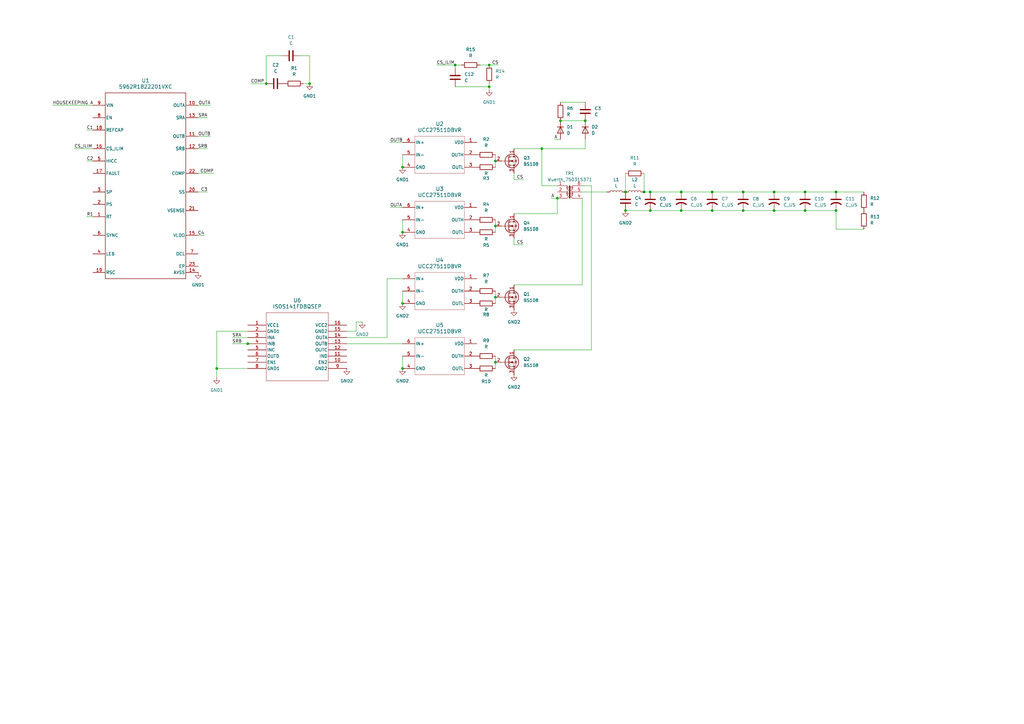
<source format=kicad_sch>
(kicad_sch (version 20250114) (generator "eeschema") (generator_version "9.0")
  (paper "A3")
  (lib_symbols
    (symbol "5962R1822201VXC:5962R1822201VXC" (pin_names (offset 0.254))
      (property "Reference" "U" (at 0 2.54 0))
      (property "Value" "5962R1822201VXC" (at 0 0 0))
      (symbol "5962R1822201VXC_0_1"
        (polyline (pts (xy 5.08 5.08) (xy 5.08 -71.12)) (stroke (width 0.2032)))
        (polyline (pts (xy 5.08 -71.12) (xy 38.1 -71.12)) (stroke (width 0.2032)))
        (polyline (pts (xy 38.1 5.08) (xy 5.08 5.08)) (stroke (width 0.2032)))
        (polyline (pts (xy 38.1 -71.12) (xy 38.1 5.08)) (stroke (width 0.2032)))
        (pin power_in line (at 0 0 0) (length 5.08) (name "VIN") (number "9"))
        (pin input line (at 0 -5.08 0) (length 5.08) (name "EN") (number "8"))
        (pin unspecified line (at 0 -10.16 0) (length 5.08) (name "REFCAP") (number "18"))
        (pin unspecified line (at 0 -17.78 0) (length 5.08) (name "CS_ILIM") (number "16"))
        (pin unspecified line (at 0 -22.86 0) (length 5.08) (name "HICC") (number "5"))
        (pin input line (at 0 -27.94 0) (length 5.08) (name "FAULT") (number "17"))
        (pin unspecified line (at 0 -35.56 0) (length 5.08) (name "SP") (number "3"))
        (pin unspecified line (at 0 -40.64 0) (length 5.08) (name "PS") (number "2"))
        (pin unspecified line (at 0 -45.72 0) (length 5.08) (name "RT") (number "1"))
        (pin input line (at 0 -53.34 0) (length 5.08) (name "SYNC") (number "6"))
        (pin unspecified line (at 0 -60.96 0) (length 5.08) (name "LEB") (number "4"))
        (pin unspecified line (at 0 -68.58 0) (length 5.08) (name "RSC") (number "19"))
        (pin output line (at 43.18 0 180) (length 5.08) (name "OUTA") (number "10"))
        (pin output line (at 43.18 -5.08 180) (length 5.08) (name "SRA") (number "13"))
        (pin output line (at 43.18 -12.7 180) (length 5.08) (name "OUTB") (number "11"))
        (pin output line (at 43.18 -17.78 180) (length 5.08) (name "SRB") (number "12"))
        (pin unspecified line (at 43.18 -27.94 180) (length 5.08) (name "COMP") (number "22"))
        (pin unspecified line (at 43.18 -35.56 180) (length 5.08) (name "SS") (number "20"))
        (pin unspecified line (at 43.18 -43.18 180) (length 5.08) (name "VSENSE") (number "21"))
        (pin unspecified line (at 43.18 -53.34 180) (length 5.08) (name "VLDO") (number "15"))
        (pin unspecified line (at 43.18 -60.96 180) (length 5.08) (name "DCL") (number "7"))
        (pin power_in line (at 43.18 -66.04 180) (length 5.08) (name "EP") (number "23"))
        (pin power_in line (at 43.18 -68.58 180) (length 5.08) (name "AVSS") (number "14"))
      )
    )
    (symbol "Device:C" (pin_numbers (hide yes)) (pin_names (offset 0.254))
      (property "Reference" "C" (at 0.635 2.54 0))
      (property "Value" "C" (at 0.635 -2.54 0))
      (symbol "C_0_1"
        (polyline (pts (xy -2.032 0.762) (xy 2.032 0.762)) (stroke (width 0.508)))
        (polyline (pts (xy -2.032 -0.762) (xy 2.032 -0.762)) (stroke (width 0.508)))
      )
      (symbol "C_1_1"
        (pin passive line (at 0 3.81 270) (length 2.794) (name "~") (number "1"))
        (pin passive line (at 0 -3.81 90) (length 2.794) (name "~") (number "2"))
      )
    )
    (symbol "Device:C_US" (pin_numbers (hide yes)) (pin_names (offset 0.254) (hide yes))
      (property "Reference" "C" (at 0.635 2.54 0))
      (property "Value" "C_US" (at 0.635 -2.54 0))
      (symbol "C_US_0_1"
        (polyline (pts (xy -2.032 0.762) (xy 2.032 0.762)) (stroke (width 0.508)))
        (arc (start -2.032 -1.27) (mid 0 -0.5572) (end 2.032 -1.27) (stroke (width 0.508)))
      )
      (symbol "C_US_1_1"
        (pin passive line (at 0 3.81 270) (length 2.794) (name "~") (number "1"))
        (pin passive line (at 0 -3.81 90) (length 3.302) (name "~") (number "2"))
      )
    )
    (symbol "Device:D" (pin_numbers (hide yes)) (pin_names (offset 1.016) (hide yes))
      (property "Reference" "D" (at 0 2.54 0))
      (property "Value" "D" (at 0 -2.54 0))
      (symbol "D_0_1"
        (polyline (pts (xy -1.27 1.27) (xy -1.27 -1.27)) (stroke (width 0.254)))
        (polyline (pts (xy 1.27 1.27) (xy 1.27 -1.27) (xy -1.27 0) (xy 1.27 1.27)) (stroke (width 0.254)))
        (polyline (pts (xy 1.27 0) (xy -1.27 0)))
      )
      (symbol "D_1_1"
        (pin passive line (at -3.81 0 0) (length 2.54) (name "K") (number "1"))
        (pin passive line (at 3.81 0 180) (length 2.54) (name "A") (number "2"))
      )
    )
    (symbol "Device:L" (pin_numbers (hide yes)) (pin_names (offset 1.016) (hide yes))
      (property "Reference" "L" (at -1.27 0 90))
      (property "Value" "L" (at 1.905 0 90))
      (symbol "L_0_1"
        (arc (start 0 2.54) (mid 0.6323 1.905) (end 0 1.27))
        (arc (start 0 1.27) (mid 0.6323 0.635) (end 0 0))
        (arc (start 0 0) (mid 0.6323 -0.635) (end 0 -1.27))
        (arc (start 0 -1.27) (mid 0.6323 -1.905) (end 0 -2.54))
      )
      (symbol "L_1_1"
        (pin passive line (at 0 3.81 270) (length 1.27) (name "1") (number "1"))
        (pin passive line (at 0 -3.81 90) (length 1.27) (name "2") (number "2"))
      )
    )
    (symbol "Device:R" (pin_numbers (hide yes)) (pin_names (offset 0))
      (property "Reference" "R" (at 2.032 0 90))
      (property "Value" "R" (at 0 0 90))
      (symbol "R_0_1"
        (rectangle (start -1.016 -2.54) (end 1.016 2.54) (stroke (width 0.254)))
      )
      (symbol "R_1_1"
        (pin passive line (at 0 3.81 270) (length 1.27) (name "~") (number "1"))
        (pin passive line (at 0 -3.81 90) (length 1.27) (name "~") (number "2"))
      )
    )
    (symbol "ISOS141FDBQSEP:ISOS141FDBQSEP" (pin_names (offset 0.254))
      (property "Reference" "U" (at 20.32 10.16 0))
      (property "Value" "ISOS141FDBQSEP" (at 20.32 7.62 0))
      (symbol "ISOS141FDBQSEP_0_1"
        (polyline (pts (xy 7.62 5.08) (xy 7.62 -22.86)) (stroke (width 0.127)))
        (polyline (pts (xy 7.62 -22.86) (xy 33.02 -22.86)) (stroke (width 0.127)))
        (polyline (pts (xy 33.02 5.08) (xy 7.62 5.08)) (stroke (width 0.127)))
        (polyline (pts (xy 33.02 -22.86) (xy 33.02 5.08)) (stroke (width 0.127)))
        (pin unspecified line (at 0 0 0) (length 7.62) (name "VCC1") (number "1"))
        (pin power_out line (at 0 -2.54 0) (length 7.62) (name "GND1") (number "2"))
        (pin input line (at 0 -5.08 0) (length 7.62) (name "INA") (number "3"))
        (pin input line (at 0 -7.62 0) (length 7.62) (name "INB") (number "4"))
        (pin input line (at 0 -10.16 0) (length 7.62) (name "INC") (number "5"))
        (pin output line (at 0 -12.7 0) (length 7.62) (name "OUTD") (number "6"))
        (pin input line (at 0 -15.24 0) (length 7.62) (name "EN1") (number "7"))
        (pin power_out line (at 0 -17.78 0) (length 7.62) (name "GND1") (number "8"))
        (pin unspecified line (at 40.64 0 180) (length 7.62) (name "VCC2") (number "16"))
        (pin power_out line (at 40.64 -2.54 180) (length 7.62) (name "GND2") (number "15"))
        (pin output line (at 40.64 -5.08 180) (length 7.62) (name "OUTA") (number "14"))
        (pin output line (at 40.64 -7.62 180) (length 7.62) (name "OUTB") (number "13"))
        (pin output line (at 40.64 -10.16 180) (length 7.62) (name "OUTC") (number "12"))
        (pin input line (at 40.64 -12.7 180) (length 7.62) (name "IND") (number "11"))
        (pin input line (at 40.64 -15.24 180) (length 7.62) (name "EN2") (number "10"))
        (pin power_out line (at 40.64 -17.78 180) (length 7.62) (name "GND2") (number "9"))
      )
    )
    (symbol "Transformer:Wuerth_750315371"
      (property "Reference" "TR" (at 0 5.08 0))
      (property "Value" "Wuerth_750315371" (at 0 -5.08 0))
      (symbol "Wuerth_750315371_0_1"
        (polyline (pts (xy -2.54 2.54) (xy -1.27 2.54)))
        (polyline (pts (xy -2.54 0) (xy -1.27 0)))
        (polyline (pts (xy -2.54 -2.54) (xy -1.27 -2.54)))
        (arc (start -1.27 0) (mid -0.6377 -0.635) (end -1.27 -1.27))
        (arc (start -1.27 -1.27) (mid -0.6377 -1.905) (end -1.27 -2.54))
        (rectangle (start -0.254 2.54) (end 0.254 -2.54) (stroke (width 0.0254)) (fill (type outline)))
        (polyline (pts (xy 1.27 2.54) (xy 2.54 2.54)))
        (polyline (pts (xy 1.27 0) (xy 2.54 0)))
        (polyline (pts (xy 1.27 -2.54) (xy 2.54 -2.54)))
      )
      (symbol "Wuerth_750315371_1_1"
        (arc (start -1.27 2.54) (mid -0.6377 1.905) (end -1.27 1.27))
        (arc (start -1.27 1.27) (mid -0.6377 0.635) (end -1.27 0))
        (circle (center -1.143 1.905) (radius 0.127) (stroke (width 0.254)))
        (circle (center -1.143 -0.635) (radius 0.127) (stroke (width 0.254)))
        (circle (center 1.143 1.905) (radius 0.127) (stroke (width 0.254)))
        (circle (center 1.143 -0.635) (radius 0.127) (stroke (width 0.254)))
        (arc (start 1.27 1.27) (mid 0.6377 1.905) (end 1.27 2.54))
        (arc (start 1.27 0) (mid 0.6377 0.635) (end 1.27 1.27))
        (arc (start 1.27 -1.27) (mid 0.6377 -0.635) (end 1.27 0))
        (arc (start 1.27 -2.54) (mid 0.6377 -1.905) (end 1.27 -1.27))
        (pin passive line (at -5.08 2.54 0) (length 2.54) (name "~") (number "1"))
        (pin passive line (at -5.08 0 0) (length 2.54) (name "~") (number "2"))
        (pin passive line (at -5.08 -2.54 0) (length 2.54) (name "~") (number "3"))
        (pin passive line (at 5.08 2.54 180) (length 2.54) (name "~") (number "6"))
        (pin passive line (at 5.08 0 180) (length 2.54) (name "~") (number "5"))
        (pin passive line (at 5.08 -2.54 180) (length 2.54) (name "~") (number "4"))
      )
    )
    (symbol "Transistor_FET:BS108" (pin_names (hide yes))
      (property "Reference" "Q" (at 5.08 1.905 0))
      (property "Value" "BS108" (at 5.08 0 0))
      (symbol "BS108_0_1"
        (polyline (pts (xy 0.254 1.905) (xy 0.254 -1.905)) (stroke (width 0.254)))
        (polyline (pts (xy 0.254 0) (xy -2.54 0)))
        (polyline (pts (xy 0.762 2.286) (xy 0.762 1.27)) (stroke (width 0.254)))
        (polyline (pts (xy 0.762 0.508) (xy 0.762 -0.508)) (stroke (width 0.254)))
        (polyline (pts (xy 0.762 -1.27) (xy 0.762 -2.286)) (stroke (width 0.254)))
        (polyline (pts (xy 0.762 -1.778) (xy 3.302 -1.778) (xy 3.302 1.778) (xy 0.762 1.778)))
        (polyline (pts (xy 1.016 0) (xy 2.032 0.381) (xy 2.032 -0.381) (xy 1.016 0)) (fill (type outline)))
        (circle (center 1.651 0) (radius 2.794) (stroke (width 0.254)))
        (polyline (pts (xy 2.54 2.54) (xy 2.54 1.778)))
        (circle (center 2.54 1.778) (radius 0.254) (fill (type outline)))
        (circle (center 2.54 -1.778) (radius 0.254) (fill (type outline)))
        (polyline (pts (xy 2.54 -2.54) (xy 2.54 0) (xy 0.762 0)))
        (polyline (pts (xy 2.794 0.508) (xy 2.921 0.381) (xy 3.683 0.381) (xy 3.81 0.254)))
        (polyline (pts (xy 3.302 0.381) (xy 2.921 -0.254) (xy 3.683 -0.254) (xy 3.302 0.381)))
      )
      (symbol "BS108_1_1"
        (pin input line (at -5.08 0 0) (length 2.54) (name "G") (number "2"))
        (pin passive line (at 2.54 5.08 270) (length 2.54) (name "D") (number "1"))
        (pin passive line (at 2.54 -5.08 90) (length 2.54) (name "S") (number "3"))
      )
    )
    (symbol "UCC27511:UCC27511DBVR" (pin_names (offset 0.254))
      (property "Reference" "U" (at 0 2.54 0))
      (property "Value" "UCC27511DBVR" (at 0 0 0))
      (symbol "UCC27511DBVR_0_1"
        (polyline (pts (xy -10.16 7.62) (xy -10.16 -7.62)) (stroke (width 0.1016)))
        (polyline (pts (xy -10.16 -7.62) (xy 10.16 -7.62)) (stroke (width 0.1016)))
        (polyline (pts (xy 10.16 7.62) (xy -10.16 7.62)) (stroke (width 0.1016)))
        (polyline (pts (xy 10.16 -7.62) (xy 10.16 7.62)) (stroke (width 0.1016)))
        (pin input line (at -15.24 5.08 0) (length 5.08) (name "IN+") (number "6"))
        (pin input line (at -15.24 0 0) (length 5.08) (name "IN-") (number "5"))
        (pin power_in line (at -15.24 -5.08 0) (length 5.08) (name "GND") (number "4"))
        (pin power_in line (at 15.24 5.08 180) (length 5.08) (name "VDD") (number "1"))
        (pin power_in line (at 15.24 0 180) (length 5.08) (name "OUTH") (number "2"))
        (pin power_in line (at 15.24 -5.08 180) (length 5.08) (name "OUTL") (number "3"))
      )
    )
    (symbol "power:GND1" (power) (pin_numbers (hide yes)) (pin_names (offset 0) (hide yes))
      (property "Value" "GND1" (at 0 -3.81 0))
      (symbol "GND1_0_1"
        (polyline (pts (xy 0 0) (xy 0 -1.27) (xy 1.27 -1.27) (xy 0 -2.54) (xy -1.27 -1.27) (xy 0 -1.27)))
      )
      (symbol "GND1_1_1"
        (pin power_in line (at 0 0 270) (length 0) (name "~") (number "1"))
      )
    )
    (symbol "power:GND2" (power) (pin_numbers (hide yes)) (pin_names (offset 0) (hide yes))
      (property "Value" "GND2" (at 0 -3.81 0))
      (symbol "GND2_0_1"
        (polyline (pts (xy 0 0) (xy 0 -1.27) (xy 1.27 -1.27) (xy 0 -2.54) (xy -1.27 -1.27) (xy 0 -1.27)))
      )
      (symbol "GND2_1_1"
        (pin power_in line (at 0 0 270) (length 0) (name "~") (number "1"))
      )
    )
  )
  (junction (at 200.66 35.56))
  (junction (at 109.22 34.29))
  (junction (at 266.7 78.74))
  (junction (at 330.2 86.36))
  (junction (at 317.5 78.74))
  (junction (at 279.4 86.36))
  (junction (at 101.6 140.97))
  (junction (at 165.1 124.46))
  (junction (at 266.7 86.36))
  (junction (at 222.25 60.96))
  (junction (at 203.2 92.71))
  (junction (at 240.03 49.53))
  (junction (at 292.1 86.36))
  (junction (at 256.54 78.74))
  (junction (at 330.2 78.74))
  (junction (at 256.54 86.36))
  (junction (at 304.8 78.74))
  (junction (at 203.2 66.04))
  (junction (at 186.69 26.67))
  (junction (at 127 34.29))
  (junction (at 304.8 86.36))
  (junction (at 165.1 68.58))
  (junction (at 292.1 78.74))
  (junction (at 165.1 95.25))
  (junction (at 342.9 86.36))
  (junction (at 228.6 81.28))
  (junction (at 200.66 26.67))
  (junction (at 317.5 86.36))
  (junction (at 203.2 121.92))
  (junction (at 203.2 148.59))
  (junction (at 279.4 78.74))
  (junction (at 165.1 151.13))
  (junction (at 264.16 78.74))
  (junction (at 342.9 78.74))
  (junction (at 229.87 49.53))
  (junction (at 88.9 151.13))
  (wire (pts (xy 102.87 140.97) (xy 101.6 140.97)))
  (wire (pts (xy 88.9 151.13) (xy 88.9 135.89)))
  (wire (pts (xy 330.2 78.74) (xy 342.9 78.74)))
  (wire (pts (xy 35.56 53.34) (xy 38.1 53.34)))
  (wire (pts (xy 222.25 76.2) (xy 228.6 76.2)))
  (wire (pts (xy 203.2 148.59) (xy 203.2 151.13)))
  (wire (pts (xy 203.2 119.38) (xy 203.2 121.92)))
  (wire (pts (xy 210.82 116.84) (xy 238.76 116.84)))
  (wire (pts (xy 186.69 26.67) (xy 186.69 27.94)))
  (wire (pts (xy 330.2 86.36) (xy 342.9 86.36)))
  (wire (pts (xy 83.82 96.52) (xy 81.28 96.52)))
  (wire (pts (xy 203.2 63.5) (xy 203.2 66.04)))
  (wire (pts (xy 127 22.86) (xy 127 34.29)))
  (wire (pts (xy 109.22 22.86) (xy 109.22 34.29)))
  (wire (pts (xy 165.1 63.5) (xy 165.1 68.58)))
  (wire (pts (xy 240.03 57.15) (xy 240.03 60.96)))
  (wire (pts (xy 88.9 151.13) (xy 101.6 151.13)))
  (wire (pts (xy 242.57 76.2) (xy 238.76 76.2)))
  (wire (pts (xy 210.82 100.33) (xy 210.82 97.79)))
  (wire (pts (xy 256.54 71.12) (xy 256.54 78.74)))
  (wire (pts (xy 203.2 90.17) (xy 203.2 92.71)))
  (wire (pts (xy 210.82 87.63) (xy 228.6 87.63)))
  (wire (pts (xy 222.25 60.96) (xy 222.25 76.2)))
  (wire (pts (xy 160.02 85.09) (xy 165.1 85.09)))
  (wire (pts (xy 158.75 138.43) (xy 158.75 114.3)))
  (wire (pts (xy 200.66 35.56) (xy 200.66 34.29)))
  (wire (pts (xy 226.06 81.28) (xy 228.6 81.28)))
  (wire (pts (xy 35.56 88.9) (xy 38.1 88.9)))
  (wire (pts (xy 256.54 86.36) (xy 266.7 86.36)))
  (wire (pts (xy 88.9 154.94) (xy 88.9 151.13)))
  (wire (pts (xy 179.07 26.67) (xy 186.69 26.67)))
  (wire (pts (xy 292.1 86.36) (xy 304.8 86.36)))
  (wire (pts (xy 203.2 146.05) (xy 203.2 148.59)))
  (wire (pts (xy 186.69 26.67) (xy 189.23 26.67)))
  (wire (pts (xy 158.75 114.3) (xy 165.1 114.3)))
  (wire (pts (xy 304.8 86.36) (xy 317.5 86.36)))
  (wire (pts (xy 165.1 119.38) (xy 165.1 124.46)))
  (wire (pts (xy 88.9 135.89) (xy 101.6 135.89)))
  (wire (pts (xy 101.6 140.97) (xy 95.25 140.97)))
  (wire (pts (xy 304.8 78.74) (xy 317.5 78.74)))
  (wire (pts (xy 160.02 58.42) (xy 165.1 58.42)))
  (wire (pts (xy 86.36 43.18) (xy 81.28 43.18)))
  (wire (pts (xy 279.4 86.36) (xy 292.1 86.36)))
  (wire (pts (xy 21.59 43.18) (xy 38.1 43.18)))
  (wire (pts (xy 200.66 26.67) (xy 204.47 26.67)))
  (wire (pts (xy 115.57 22.86) (xy 109.22 22.86)))
  (wire (pts (xy 228.6 81.28) (xy 228.6 87.63)))
  (wire (pts (xy 266.7 78.74) (xy 279.4 78.74)))
  (wire (pts (xy 85.09 78.74) (xy 81.28 78.74)))
  (wire (pts (xy 214.63 73.66) (xy 210.82 73.66)))
  (wire (pts (xy 101.6 138.43) (xy 95.25 138.43)))
  (wire (pts (xy 200.66 36.83) (xy 200.66 35.56)))
  (wire (pts (xy 203.2 66.04) (xy 203.2 68.58)))
  (wire (pts (xy 87.63 71.12) (xy 81.28 71.12)))
  (wire (pts (xy 210.82 143.51) (xy 242.57 143.51)))
  (wire (pts (xy 86.36 55.88) (xy 81.28 55.88)))
  (wire (pts (xy 146.05 135.89) (xy 146.05 132.08)))
  (wire (pts (xy 146.05 132.08) (xy 148.59 132.08)))
  (wire (pts (xy 186.69 35.56) (xy 200.66 35.56)))
  (wire (pts (xy 109.22 34.29) (xy 102.87 34.29)))
  (wire (pts (xy 142.24 140.97) (xy 165.1 140.97)))
  (wire (pts (xy 165.1 146.05) (xy 165.1 151.13)))
  (wire (pts (xy 165.1 90.17) (xy 165.1 95.25)))
  (wire (pts (xy 292.1 78.74) (xy 304.8 78.74)))
  (wire (pts (xy 238.76 116.84) (xy 238.76 81.28)))
  (wire (pts (xy 342.9 93.98) (xy 342.9 86.36)))
  (wire (pts (xy 242.57 143.51) (xy 242.57 76.2)))
  (wire (pts (xy 85.09 48.26) (xy 81.28 48.26)))
  (wire (pts (xy 317.5 86.36) (xy 330.2 86.36)))
  (wire (pts (xy 264.16 71.12) (xy 264.16 78.74)))
  (wire (pts (xy 85.09 60.96) (xy 81.28 60.96)))
  (wire (pts (xy 142.24 138.43) (xy 158.75 138.43)))
  (wire (pts (xy 203.2 121.92) (xy 203.2 124.46)))
  (wire (pts (xy 124.46 34.29) (xy 127 34.29)))
  (wire (pts (xy 35.56 66.04) (xy 38.1 66.04)))
  (wire (pts (xy 196.85 26.67) (xy 200.66 26.67)))
  (wire (pts (xy 210.82 73.66) (xy 210.82 71.12)))
  (wire (pts (xy 146.05 135.89) (xy 142.24 135.89)))
  (wire (pts (xy 354.33 93.98) (xy 342.9 93.98)))
  (wire (pts (xy 240.03 60.96) (xy 222.25 60.96)))
  (wire (pts (xy 229.87 49.53) (xy 240.03 49.53)))
  (wire (pts (xy 30.48 60.96) (xy 38.1 60.96)))
  (wire (pts (xy 248.92 78.74) (xy 238.76 78.74)))
  (wire (pts (xy 227.33 57.15) (xy 229.87 57.15)))
  (wire (pts (xy 123.19 22.86) (xy 127 22.86)))
  (wire (pts (xy 229.87 41.91) (xy 240.03 41.91)))
  (wire (pts (xy 264.16 78.74) (xy 266.7 78.74)))
  (wire (pts (xy 342.9 78.74) (xy 354.33 78.74)))
  (wire (pts (xy 203.2 92.71) (xy 203.2 95.25)))
  (wire (pts (xy 210.82 60.96) (xy 222.25 60.96)))
  (wire (pts (xy 266.7 86.36) (xy 279.4 86.36)))
  (wire (pts (xy 210.82 100.33) (xy 214.63 100.33)))
  (wire (pts (xy 279.4 78.74) (xy 292.1 78.74)))
  (wire (pts (xy 317.5 78.74) (xy 330.2 78.74)))
  (label "A" (at 226.06 81.28 0))
  (label "SRA" (at 85.09 48.26 180))
  (label "CS_ILIM" (at 30.48 60.96 0))
  (label "OUTA" (at 160.02 85.09 0))
  (label "A" (at 227.33 57.15 0))
  (label "CS" (at 214.63 73.66 180))
  (label "CS_ILIM" (at 179.07 26.67 0))
  (label "SRB" (at 95.25 140.97 0))
  (label "C2" (at 35.56 66.04 0))
  (label "OUTB" (at 86.36 55.88 180))
  (label "COMP" (at 102.87 34.29 0))
  (label "OUTB" (at 160.02 58.42 0))
  (label "COMP" (at 87.63 71.12 180))
  (label "R1" (at 35.56 88.9 0))
  (label "SRA" (at 95.25 138.43 0))
  (label "C1" (at 35.56 53.34 0))
  (label "OUTA" (at 86.36 43.18 180))
  (label "CS" (at 214.63 100.33 180))
  (label "CS" (at 204.47 26.67 180))
  (label "HOUSEKEEPING A" (at 21.59 43.18 0))
  (label "C3" (at 85.09 78.74 180))
  (label "C4" (at 83.82 96.52 180))
  (label "SRB" (at 85.09 60.96 180))
  (symbol (lib_id "Device:C") (at 119.38 22.86 90) (unit 1)
    (property "Reference" "C1" (at 119.38 15.24 90))
    (property "Value" "C" (at 119.38 17.78 90))
    (property "Description" "Unpolarized capacitor" (effects (hide yes)))
  )
  (symbol (lib_id "Device:C") (at 240.03 45.72 0) (unit 1)
    (property "Reference" "C3" (at 243.84 44.4499 0) (effects (justify left)))
    (property "Value" "C" (at 243.84 46.9899 0) (effects (justify left)))
    (property "Description" "Unpolarized capacitor" (effects (hide yes)))
  )
  (symbol (lib_id "Device:C_US") (at 304.8 82.55 0) (unit 1)
    (property "Reference" "C8" (at 308.61 81.5339 0) (effects (justify left)))
    (property "Value" "C_US" (at 308.61 84.0739 0) (effects (justify left)))
    (property "Description" "capacitor, US symbol" (effects (hide yes)))
  )
  (symbol (lib_id "power:GND1") (at 81.28 111.76 0) (unit 1)
    (property "Reference" "#PWR015" (effects (hide yes)))
    (property "Value" "GND1" (at 81.28 116.84 0))
    (property "Description" "Power symbol creates a global label with name \"GND1\" , ground" (effects (hide yes)))
  )
  (symbol (lib_id "UCC27511:UCC27511DBVR") (at 180.34 63.5 0) (unit 1)
    (property "Reference" "U2" (at 180.34 50.8 0) (effects (font (size 1.524 1.524))))
    (property "Value" "UCC27511DBVR" (at 180.34 53.34 0) (effects (font (size 1.524 1.524))))
    (property "Footprint" "DBV0006A_N" (effects (hide yes)))
    (property "Datasheet" "https://www.ti.com/lit/gpn/ucc27511" (effects (hide yes)))
  )
  (symbol (lib_id "Transistor_FET:BS108") (at 208.28 148.59 0) (unit 1)
    (property "Reference" "Q2" (at 214.63 147.3199 0) (effects (justify left)))
    (property "Value" "BS108" (at 214.63 149.8599 0) (effects (justify left)))
    (property "Footprint" "Package_TO_SOT_THT:TO-92_Inline" (effects (hide yes)))
    (property "Datasheet" "http://www.redrok.com/MOSFET_BS108_200V_250mA_8O_Vth1.5_TO-92.PDF" (effects (hide yes)))
    (property "Description" "0.25A Id, 200V Vds, N-Channel MOSFET, TO-92" (effects (hide yes)))
  )
  (symbol (lib_id "Device:R") (at 193.04 26.67 90) (unit 1)
    (property "Reference" "R15" (at 193.04 20.32 90))
    (property "Value" "R" (at 193.04 22.86 90))
    (property "Description" "Resistor" (effects (hide yes)))
  )
  (symbol (lib_id "Device:C_US") (at 266.7 82.55 0) (unit 1)
    (property "Reference" "C5" (at 270.51 81.5339 0) (effects (justify left)))
    (property "Value" "C_US" (at 270.51 84.0739 0) (effects (justify left)))
    (property "Description" "capacitor, US symbol" (effects (hide yes)))
  )
  (symbol (lib_id "Device:C") (at 256.54 82.55 0) (unit 1)
    (property "Reference" "C4" (at 260.35 81.2799 0) (effects (justify left)))
    (property "Value" "C" (at 260.35 83.8199 0) (effects (justify left)))
    (property "Description" "Unpolarized capacitor" (effects (hide yes)))
  )
  (symbol (lib_id "Device:L") (at 252.73 78.74 90) (unit 1)
    (property "Reference" "L1" (at 252.73 73.66 90))
    (property "Value" "L" (at 252.73 76.2 90))
    (property "Description" "Inductor" (effects (hide yes)))
  )
  (symbol (lib_id "Device:C") (at 113.03 34.29 90) (unit 1)
    (property "Reference" "C2" (at 113.03 26.67 90))
    (property "Value" "C" (at 113.03 29.21 90))
    (property "Description" "Unpolarized capacitor" (effects (hide yes)))
  )
  (symbol (lib_id "Device:C_US") (at 342.9 82.55 0) (unit 1)
    (property "Reference" "C11" (at 346.71 81.5339 0) (effects (justify left)))
    (property "Value" "C_US" (at 346.71 84.0739 0) (effects (justify left)))
    (property "Description" "capacitor, US symbol" (effects (hide yes)))
  )
  (symbol (lib_id "power:GND1") (at 200.66 36.83 0) (unit 1)
    (property "Reference" "#PWR04" (effects (hide yes)))
    (property "Value" "GND1" (at 200.66 41.91 0))
    (property "Description" "Power symbol creates a global label with name \"GND1\" , ground" (effects (hide yes)))
  )
  (symbol (lib_id "Device:R") (at 199.39 90.17 90) (unit 1)
    (property "Reference" "R4" (at 199.39 83.82 90))
    (property "Value" "R" (at 199.39 86.36 90))
    (property "Description" "Resistor" (effects (hide yes)))
  )
  (symbol (lib_id "Device:D") (at 229.87 53.34 270) (unit 1)
    (property "Reference" "D1" (at 232.41 52.0699 90) (effects (justify left)))
    (property "Value" "D" (at 232.41 54.6099 90) (effects (justify left)))
    (property "Description" "Diode" (effects (hide yes)))
    (property "Sim.Device" "D" (effects (hide yes)))
    (property "Sim.Pins" "1=K 2=A" (effects (hide yes)))
  )
  (symbol (lib_id "UCC27511:UCC27511DBVR") (at 180.34 90.17 0) (unit 1)
    (property "Reference" "U3" (at 180.34 77.47 0) (effects (font (size 1.524 1.524))))
    (property "Value" "UCC27511DBVR" (at 180.34 80.01 0) (effects (font (size 1.524 1.524))))
    (property "Footprint" "DBV0006A_N" (effects (hide yes)))
    (property "Datasheet" "https://www.ti.com/lit/gpn/ucc27511" (effects (hide yes)))
  )
  (symbol (lib_id "Device:R") (at 260.35 71.12 90) (unit 1)
    (property "Reference" "R11" (at 260.35 64.77 90))
    (property "Value" "R" (at 260.35 67.31 90))
    (property "Description" "Resistor" (effects (hide yes)))
  )
  (symbol (lib_id "power:GND2") (at 148.59 132.08 0) (unit 1)
    (property "Reference" "#PWR06" (effects (hide yes)))
    (property "Value" "GND2" (at 148.59 137.16 0))
    (property "Description" "Power symbol creates a global label with name \"GND2\" , ground" (effects (hide yes)))
  )
  (symbol (lib_id "5962R1822201VXC:5962R1822201VXC") (at 38.1 43.18 0) (unit 1)
    (property "Reference" "U1" (at 59.69 33.02 0) (effects (font (size 1.524 1.524))))
    (property "Value" "5962R1822201VXC" (at 59.69 35.56 0) (effects (font (size 1.524 1.524))))
    (property "Footprint" "HFT0022A-C01-MFG" (effects (hide yes)))
    (property "Datasheet" "https://www.ti.com/lit/gpn/tps7h5001-sp" (effects (hide yes)))
  )
  (symbol (lib_id "Device:C_US") (at 292.1 82.55 0) (unit 1)
    (property "Reference" "C7" (at 295.91 81.5339 0) (effects (justify left)))
    (property "Value" "C_US" (at 295.91 84.0739 0) (effects (justify left)))
    (property "Description" "capacitor, US symbol" (effects (hide yes)))
  )
  (symbol (lib_id "Device:C") (at 186.69 31.75 0) (unit 1)
    (property "Reference" "C12" (at 190.5 30.4799 0) (effects (justify left)))
    (property "Value" "C" (at 190.5 33.0199 0) (effects (justify left)))
    (property "Description" "Unpolarized capacitor" (effects (hide yes)))
  )
  (symbol (lib_id "power:GND2") (at 256.54 86.36 0) (unit 1)
    (property "Reference" "#PWR011" (effects (hide yes)))
    (property "Value" "GND2" (at 256.54 91.44 0))
    (property "Description" "Power symbol creates a global label with name \"GND2\" , ground" (effects (hide yes)))
  )
  (symbol (lib_id "power:GND2") (at 165.1 124.46 0) (unit 1)
    (property "Reference" "#PWR010" (effects (hide yes)))
    (property "Value" "GND2" (at 165.1 129.54 0))
    (property "Description" "Power symbol creates a global label with name \"GND2\" , ground" (effects (hide yes)))
  )
  (symbol (lib_id "Device:R") (at 354.33 82.55 0) (unit 1)
    (property "Reference" "R12" (at 356.87 81.2799 0) (effects (justify left)))
    (property "Value" "R" (at 356.87 83.8199 0) (effects (justify left)))
    (property "Description" "Resistor" (effects (hide yes)))
  )
  (symbol (lib_id "Device:C_US") (at 279.4 82.55 0) (unit 1)
    (property "Reference" "C6" (at 283.21 81.5339 0) (effects (justify left)))
    (property "Value" "C_US" (at 283.21 84.0739 0) (effects (justify left)))
    (property "Description" "capacitor, US symbol" (effects (hide yes)))
  )
  (symbol (lib_id "Device:R") (at 199.39 68.58 90) (unit 1)
    (property "Reference" "R3" (at 199.39 73.152 90))
    (property "Value" "R" (at 199.39 71.12 90))
    (property "Description" "Resistor" (effects (hide yes)))
  )
  (symbol (lib_id "UCC27511:UCC27511DBVR") (at 180.34 146.05 0) (unit 1)
    (property "Reference" "U5" (at 180.34 133.35 0) (effects (font (size 1.524 1.524))))
    (property "Value" "UCC27511DBVR" (at 180.34 135.89 0) (effects (font (size 1.524 1.524))))
    (property "Footprint" "DBV0006A_N" (effects (hide yes)))
    (property "Datasheet" "https://www.ti.com/lit/gpn/ucc27511" (effects (hide yes)))
  )
  (symbol (lib_id "power:GND2") (at 210.82 153.67 0) (unit 1)
    (property "Reference" "#PWR08" (effects (hide yes)))
    (property "Value" "GND2" (at 210.82 158.75 0))
    (property "Description" "Power symbol creates a global label with name \"GND2\" , ground" (effects (hide yes)))
  )
  (symbol (lib_id "Device:R") (at 199.39 124.46 90) (unit 1)
    (property "Reference" "R8" (at 199.39 129.032 90))
    (property "Value" "R" (at 199.39 127 90))
    (property "Description" "Resistor" (effects (hide yes)))
  )
  (symbol (lib_id "Transistor_FET:BS108") (at 208.28 92.71 0) (unit 1)
    (property "Reference" "Q4" (at 214.63 91.4399 0) (effects (justify left)))
    (property "Value" "BS108" (at 214.63 93.9799 0) (effects (justify left)))
    (property "Footprint" "Package_TO_SOT_THT:TO-92_Inline" (effects (hide yes)))
    (property "Datasheet" "http://www.redrok.com/MOSFET_BS108_200V_250mA_8O_Vth1.5_TO-92.PDF" (effects (hide yes)))
    (property "Description" "0.25A Id, 200V Vds, N-Channel MOSFET, TO-92" (effects (hide yes)))
  )
  (symbol (lib_id "Device:R") (at 199.39 119.38 270) (unit 1)
    (property "Reference" "R7" (at 199.39 113.03 90))
    (property "Value" "R" (at 199.39 115.57 90))
    (property "Description" "Resistor" (effects (hide yes)))
  )
  (symbol (lib_id "Device:R") (at 120.65 34.29 90) (unit 1)
    (property "Reference" "R1" (at 120.65 27.94 90))
    (property "Value" "R" (at 120.65 30.48 90))
    (property "Description" "Resistor" (effects (hide yes)))
  )
  (symbol (lib_id "Device:R") (at 229.87 45.72 0) (unit 1)
    (property "Reference" "R6" (at 232.41 44.4499 0) (effects (justify left)))
    (property "Value" "R" (at 232.41 46.9899 0) (effects (justify left)))
    (property "Description" "Resistor" (effects (hide yes)))
  )
  (symbol (lib_id "Device:C_US") (at 330.2 82.55 0) (unit 1)
    (property "Reference" "C10" (at 334.01 81.5339 0) (effects (justify left)))
    (property "Value" "C_US" (at 334.01 84.0739 0) (effects (justify left)))
    (property "Description" "capacitor, US symbol" (effects (hide yes)))
  )
  (symbol (lib_id "Device:R") (at 354.33 90.17 0) (unit 1)
    (property "Reference" "R13" (at 356.87 88.8999 0) (effects (justify left)))
    (property "Value" "R" (at 356.87 91.4399 0) (effects (justify left)))
    (property "Description" "Resistor" (effects (hide yes)))
  )
  (symbol (lib_id "Device:R") (at 199.39 95.25 270) (unit 1)
    (property "Reference" "R5" (at 199.39 100.584 90))
    (property "Value" "R" (at 199.39 98.044 90))
    (property "Description" "Resistor" (effects (hide yes)))
  )
  (symbol (lib_id "Device:D") (at 240.03 53.34 270) (unit 1)
    (property "Reference" "D2" (at 242.57 52.0699 90) (effects (justify left)))
    (property "Value" "D" (at 242.57 54.6099 90) (effects (justify left)))
    (property "Description" "Diode" (effects (hide yes)))
    (property "Sim.Device" "D" (effects (hide yes)))
    (property "Sim.Pins" "1=K 2=A" (effects (hide yes)))
  )
  (symbol (lib_id "power:GND2") (at 210.82 127 0) (unit 1)
    (property "Reference" "#PWR05" (effects (hide yes)))
    (property "Value" "GND2" (at 210.82 132.08 0))
    (property "Description" "Power symbol creates a global label with name \"GND2\" , ground" (effects (hide yes)))
  )
  (symbol (lib_id "Device:R") (at 199.39 63.5 270) (unit 1)
    (property "Reference" "R2" (at 199.39 57.15 90))
    (property "Value" "R" (at 199.39 59.69 90))
    (property "Description" "Resistor" (effects (hide yes)))
  )
  (symbol (lib_id "ISOS141FDBQSEP:ISOS141FDBQSEP") (at 101.6 133.35 0) (unit 1)
    (property "Reference" "U6" (at 121.92 123.19 0) (effects (font (size 1.524 1.524))))
    (property "Value" "ISOS141FDBQSEP" (at 121.92 125.73 0) (effects (font (size 1.524 1.524))))
    (property "Footprint" "SSOP16_DBQ_TEX" (effects (hide yes)))
    (property "Datasheet" "https://www.ti.com/lit/gpn/isos141-sep" (effects (hide yes)))
  )
  (symbol (lib_id "power:GND2") (at 165.1 151.13 0) (unit 1)
    (property "Reference" "#PWR09" (effects (hide yes)))
    (property "Value" "GND2" (at 165.1 156.21 0))
    (property "Description" "Power symbol creates a global label with name \"GND2\" , ground" (effects (hide yes)))
  )
  (symbol (lib_id "Device:R") (at 199.39 146.05 90) (unit 1)
    (property "Reference" "R9" (at 199.39 139.7 90))
    (property "Value" "R" (at 199.39 142.24 90))
    (property "Description" "Resistor" (effects (hide yes)))
  )
  (symbol (lib_id "power:GND1") (at 165.1 68.58 0) (unit 1)
    (property "Reference" "#PWR01" (effects (hide yes)))
    (property "Value" "GND1" (at 165.1 73.66 0))
    (property "Description" "Power symbol creates a global label with name \"GND1\" , ground" (effects (hide yes)))
  )
  (symbol (lib_id "power:GND1") (at 88.9 154.94 0) (unit 1)
    (property "Reference" "#PWR07" (effects (hide yes)))
    (property "Value" "GND1" (at 88.9 160.02 0))
    (property "Description" "Power symbol creates a global label with name \"GND1\" , ground" (effects (hide yes)))
  )
  (symbol (lib_id "Device:R") (at 200.66 30.48 0) (unit 1)
    (property "Reference" "R14" (at 203.2 29.2099 0) (effects (justify left)))
    (property "Value" "R" (at 203.2 31.7499 0) (effects (justify left)))
    (property "Description" "Resistor" (effects (hide yes)))
  )
  (symbol (lib_id "Transistor_FET:BS108") (at 208.28 66.04 0) (unit 1)
    (property "Reference" "Q3" (at 214.63 64.7699 0) (effects (justify left)))
    (property "Value" "BS108" (at 214.63 67.3099 0) (effects (justify left)))
    (property "Footprint" "Package_TO_SOT_THT:TO-92_Inline" (effects (hide yes)))
    (property "Datasheet" "http://www.redrok.com/MOSFET_BS108_200V_250mA_8O_Vth1.5_TO-92.PDF" (effects (hide yes)))
    (property "Description" "0.25A Id, 200V Vds, N-Channel MOSFET, TO-92" (effects (hide yes)))
  )
  (symbol (lib_id "Transformer:Wuerth_750315371") (at 233.68 78.74 0) (unit 1)
    (property "Reference" "TR1" (at 233.68 71.12 0))
    (property "Value" "Wuerth_750315371" (at 233.68 73.66 0))
    (property "Footprint" "Transformer_SMD:Transformer_Wuerth_750315371" (effects (hide yes)))
    (property "Datasheet" "https://www.we-online.com/catalog/datasheet/750315371.pdf" (effects (hide yes)))
    (property "Description" "5V, 1A , 320 - 480kHz, 1:1.1, Center Tapped, SMD" (effects (hide yes)))
  )
  (symbol (lib_id "power:GND1") (at 127 34.29 0) (unit 1)
    (property "Reference" "#PWR016" (effects (hide yes)))
    (property "Value" "GND1" (at 127 39.37 0))
    (property "Description" "Power symbol creates a global label with name \"GND1\" , ground" (effects (hide yes)))
  )
  (symbol (lib_id "Device:R") (at 199.39 151.13 270) (unit 1)
    (property "Reference" "R10" (at 199.39 156.464 90))
    (property "Value" "R" (at 199.39 153.924 90))
    (property "Description" "Resistor" (effects (hide yes)))
  )
  (symbol (lib_id "Device:C_US") (at 317.5 82.55 0) (unit 1)
    (property "Reference" "C9" (at 321.31 81.5339 0) (effects (justify left)))
    (property "Value" "C_US" (at 321.31 84.0739 0) (effects (justify left)))
    (property "Description" "capacitor, US symbol" (effects (hide yes)))
  )
  (symbol (lib_id "Transistor_FET:BS108") (at 208.28 121.92 0) (unit 1)
    (property "Reference" "Q1" (at 214.63 120.6499 0) (effects (justify left)))
    (property "Value" "BS108" (at 214.63 123.1899 0) (effects (justify left)))
    (property "Footprint" "Package_TO_SOT_THT:TO-92_Inline" (effects (hide yes)))
    (property "Datasheet" "http://www.redrok.com/MOSFET_BS108_200V_250mA_8O_Vth1.5_TO-92.PDF" (effects (hide yes)))
    (property "Description" "0.25A Id, 200V Vds, N-Channel MOSFET, TO-92" (effects (hide yes)))
  )
  (symbol (lib_id "UCC27511:UCC27511DBVR") (at 180.34 119.38 0) (unit 1)
    (property "Reference" "U4" (at 180.34 106.68 0) (effects (font (size 1.524 1.524))))
    (property "Value" "UCC27511DBVR" (at 180.34 109.22 0) (effects (font (size 1.524 1.524))))
    (property "Footprint" "DBV0006A_N" (effects (hide yes)))
    (property "Datasheet" "https://www.ti.com/lit/gpn/ucc27511" (effects (hide yes)))
  )
  (symbol (lib_id "power:GND1") (at 165.1 95.25 0) (unit 1)
    (property "Reference" "#PWR02" (effects (hide yes)))
    (property "Value" "GND1" (at 165.1 100.33 0))
    (property "Description" "Power symbol creates a global label with name \"GND1\" , ground" (effects (hide yes)))
  )
  (symbol (lib_id "Device:L") (at 260.35 78.74 90) (unit 1)
    (property "Reference" "L2" (at 260.35 73.66 90))
    (property "Value" "L" (at 260.35 76.2 90))
    (property "Description" "Inductor" (effects (hide yes)))
  )
  (symbol (lib_id "power:GND2") (at 142.24 151.13 0) (unit 1)
    (property "Reference" "#PWR017" (effects (hide yes)))
    (property "Value" "GND2" (at 142.24 156.21 0))
    (property "Description" "Power symbol creates a global label with name \"GND2\" , ground" (effects (hide yes)))
  )
)
</source>
